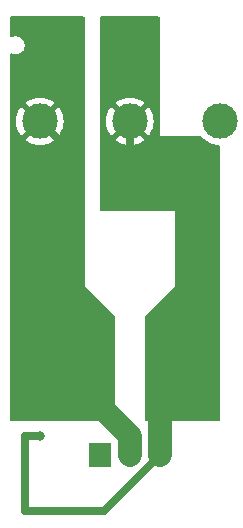
<source format=gbr>
%TF.GenerationSoftware,KiCad,Pcbnew,8.0.0-rc1-51-gba6979a274-dirty*%
%TF.CreationDate,2024-02-05T11:37:42+01:00*%
%TF.ProjectId,Einschaltstrombegrenzung,45696e73-6368-4616-9c74-7374726f6d62,rev?*%
%TF.SameCoordinates,Original*%
%TF.FileFunction,Copper,L2,Bot*%
%TF.FilePolarity,Positive*%
%FSLAX46Y46*%
G04 Gerber Fmt 4.6, Leading zero omitted, Abs format (unit mm)*
G04 Created by KiCad (PCBNEW 8.0.0-rc1-51-gba6979a274-dirty) date 2024-02-05 11:37:42*
%MOMM*%
%LPD*%
G01*
G04 APERTURE LIST*
%TA.AperFunction,ComponentPad*%
%ADD10O,1.905000X2.000000*%
%TD*%
%TA.AperFunction,ComponentPad*%
%ADD11R,1.905000X2.000000*%
%TD*%
%TA.AperFunction,ComponentPad*%
%ADD12C,3.000000*%
%TD*%
%TA.AperFunction,ViaPad*%
%ADD13C,0.800000*%
%TD*%
%TA.AperFunction,Conductor*%
%ADD14C,0.700000*%
%TD*%
%TA.AperFunction,Conductor*%
%ADD15C,2.000000*%
%TD*%
G04 APERTURE END LIST*
D10*
%TO.P,Q1,3,S*%
%TO.N,GND*%
X139700000Y-103210000D03*
%TO.P,Q1,2,D*%
%TO.N,GND1*%
X137160000Y-103210000D03*
D11*
%TO.P,Q1,1,G*%
%TO.N,Net-(Q1-G)*%
X134620000Y-103210000D03*
%TD*%
D12*
%TO.P,J2,3,Pin_3*%
%TO.N,GND1*%
X129540000Y-74930000D03*
%TO.P,J2,2,Pin_2*%
%TO.N,GND*%
X137160000Y-74930000D03*
%TO.P,J2,1,Pin_1*%
%TO.N,+24V*%
X144780000Y-74930000D03*
%TD*%
D13*
%TO.N,GND*%
X129540000Y-101600000D03*
%TD*%
D14*
%TO.N,GND*%
X137160000Y-80010000D02*
X143510000Y-80010000D01*
X137160000Y-74930000D02*
X137160000Y-80010000D01*
X128270000Y-107950000D02*
X128270000Y-101600000D01*
X143510000Y-95250000D02*
X139700000Y-99060000D01*
X139700000Y-103210000D02*
X134960000Y-107950000D01*
X128270000Y-101600000D02*
X129540000Y-101600000D01*
X134960000Y-107950000D02*
X128270000Y-107950000D01*
D15*
X139700000Y-99060000D02*
X139700000Y-103210000D01*
D14*
X143510000Y-80010000D02*
X143510000Y-95250000D01*
%TO.N,GND1*%
X132080000Y-99060000D02*
X132080000Y-77470000D01*
D15*
X134620000Y-99060000D02*
X137160000Y-101600000D01*
X132080000Y-99060000D02*
X134620000Y-99060000D01*
X137160000Y-101600000D02*
X137160000Y-103210000D01*
D14*
X132080000Y-77470000D02*
X129540000Y-74930000D01*
%TD*%
%TA.AperFunction,Conductor*%
%TO.N,GND1*%
G36*
X133293039Y-66059685D02*
G01*
X133338794Y-66112489D01*
X133350000Y-66164000D01*
X133350000Y-88900000D01*
X135853681Y-91403681D01*
X135887166Y-91465004D01*
X135890000Y-91491362D01*
X135890000Y-100206000D01*
X135870315Y-100273039D01*
X135817511Y-100318794D01*
X135766000Y-100330000D01*
X127124000Y-100330000D01*
X127056961Y-100310315D01*
X127011206Y-100257511D01*
X127000000Y-100206000D01*
X127000000Y-74930001D01*
X127534891Y-74930001D01*
X127555300Y-75215362D01*
X127616109Y-75494895D01*
X127716091Y-75762958D01*
X127853191Y-76014038D01*
X127853196Y-76014046D01*
X127959882Y-76156561D01*
X127959883Y-76156562D01*
X128938958Y-75177487D01*
X128963978Y-75237890D01*
X129035112Y-75344351D01*
X129125649Y-75434888D01*
X129232110Y-75506022D01*
X129292511Y-75531041D01*
X128313436Y-76510115D01*
X128455960Y-76616807D01*
X128455961Y-76616808D01*
X128707042Y-76753908D01*
X128707041Y-76753908D01*
X128975104Y-76853890D01*
X129254637Y-76914699D01*
X129539999Y-76935109D01*
X129540001Y-76935109D01*
X129825362Y-76914699D01*
X130104895Y-76853890D01*
X130372958Y-76753908D01*
X130624047Y-76616803D01*
X130766561Y-76510116D01*
X130766562Y-76510115D01*
X129787489Y-75531041D01*
X129847890Y-75506022D01*
X129954351Y-75434888D01*
X130044888Y-75344351D01*
X130116022Y-75237890D01*
X130141041Y-75177488D01*
X131120115Y-76156562D01*
X131120116Y-76156561D01*
X131226803Y-76014047D01*
X131363908Y-75762958D01*
X131463890Y-75494895D01*
X131524699Y-75215362D01*
X131545109Y-74930001D01*
X131545109Y-74929998D01*
X131524699Y-74644637D01*
X131463890Y-74365104D01*
X131363908Y-74097041D01*
X131226808Y-73845961D01*
X131226807Y-73845960D01*
X131120115Y-73703436D01*
X130141041Y-74682510D01*
X130116022Y-74622110D01*
X130044888Y-74515649D01*
X129954351Y-74425112D01*
X129847890Y-74353978D01*
X129787488Y-74328958D01*
X130766562Y-73349883D01*
X130766561Y-73349882D01*
X130624046Y-73243196D01*
X130624038Y-73243191D01*
X130372957Y-73106091D01*
X130372958Y-73106091D01*
X130104895Y-73006109D01*
X129825362Y-72945300D01*
X129540001Y-72924891D01*
X129539999Y-72924891D01*
X129254637Y-72945300D01*
X128975104Y-73006109D01*
X128707041Y-73106091D01*
X128455961Y-73243191D01*
X128455953Y-73243196D01*
X128313437Y-73349882D01*
X128313436Y-73349883D01*
X129292512Y-74328958D01*
X129232110Y-74353978D01*
X129125649Y-74425112D01*
X129035112Y-74515649D01*
X128963978Y-74622110D01*
X128938958Y-74682511D01*
X127959883Y-73703436D01*
X127959882Y-73703437D01*
X127853196Y-73845953D01*
X127853191Y-73845961D01*
X127716091Y-74097041D01*
X127616109Y-74365104D01*
X127555300Y-74644637D01*
X127534891Y-74929998D01*
X127534891Y-74930001D01*
X127000000Y-74930001D01*
X127000000Y-69290807D01*
X127019685Y-69223768D01*
X127072489Y-69178013D01*
X127141647Y-69168069D01*
X127171451Y-69176245D01*
X127281087Y-69221658D01*
X127281091Y-69221658D01*
X127281092Y-69221659D01*
X127426079Y-69250500D01*
X127426082Y-69250500D01*
X127573920Y-69250500D01*
X127671462Y-69231096D01*
X127718913Y-69221658D01*
X127824547Y-69177902D01*
X127855488Y-69165087D01*
X127855488Y-69165086D01*
X127855495Y-69165084D01*
X127978416Y-69082951D01*
X128082951Y-68978416D01*
X128165084Y-68855495D01*
X128221658Y-68718913D01*
X128250500Y-68573918D01*
X128250500Y-68426082D01*
X128250500Y-68426079D01*
X128221659Y-68281092D01*
X128221658Y-68281091D01*
X128221658Y-68281087D01*
X128221656Y-68281082D01*
X128165087Y-68144511D01*
X128165080Y-68144498D01*
X128082951Y-68021584D01*
X128082948Y-68021580D01*
X127978419Y-67917051D01*
X127978415Y-67917048D01*
X127855501Y-67834919D01*
X127855488Y-67834912D01*
X127718917Y-67778343D01*
X127718907Y-67778340D01*
X127573920Y-67749500D01*
X127573918Y-67749500D01*
X127426082Y-67749500D01*
X127426080Y-67749500D01*
X127281092Y-67778340D01*
X127281082Y-67778343D01*
X127171452Y-67823753D01*
X127101982Y-67831222D01*
X127039503Y-67799946D01*
X127003852Y-67739857D01*
X127000000Y-67709192D01*
X127000000Y-66164000D01*
X127019685Y-66096961D01*
X127072489Y-66051206D01*
X127124000Y-66040000D01*
X133226000Y-66040000D01*
X133293039Y-66059685D01*
G37*
%TD.AperFunction*%
%TD*%
%TA.AperFunction,Conductor*%
%TO.N,GND*%
G36*
X139643039Y-66059685D02*
G01*
X139688794Y-66112489D01*
X139700000Y-66164000D01*
X139700000Y-76200000D01*
X143170030Y-76200000D01*
X143237069Y-76219685D01*
X143260984Y-76240408D01*
X143261129Y-76240264D01*
X143263147Y-76242282D01*
X143263747Y-76242802D01*
X143264265Y-76243400D01*
X143466594Y-76445729D01*
X143466612Y-76445745D01*
X143695682Y-76617224D01*
X143695690Y-76617229D01*
X143946833Y-76754364D01*
X143946832Y-76754364D01*
X143946836Y-76754365D01*
X143946839Y-76754367D01*
X144214954Y-76854369D01*
X144214960Y-76854370D01*
X144214962Y-76854371D01*
X144494566Y-76915195D01*
X144494568Y-76915195D01*
X144494572Y-76915196D01*
X144664846Y-76927374D01*
X144730310Y-76951791D01*
X144772182Y-77007724D01*
X144780000Y-77051058D01*
X144780000Y-100206000D01*
X144760315Y-100273039D01*
X144707511Y-100318794D01*
X144656000Y-100330000D01*
X138554000Y-100330000D01*
X138486961Y-100310315D01*
X138441206Y-100257511D01*
X138430000Y-100206000D01*
X138430000Y-91491362D01*
X138449685Y-91424323D01*
X138466319Y-91403681D01*
X140970000Y-88900000D01*
X140970000Y-82550000D01*
X134744000Y-82550000D01*
X134676961Y-82530315D01*
X134631206Y-82477511D01*
X134620000Y-82426000D01*
X134620000Y-74930001D01*
X135154891Y-74930001D01*
X135175300Y-75215362D01*
X135236109Y-75494895D01*
X135336091Y-75762958D01*
X135473191Y-76014038D01*
X135473196Y-76014046D01*
X135579882Y-76156561D01*
X135579883Y-76156562D01*
X136558958Y-75177487D01*
X136583978Y-75237890D01*
X136655112Y-75344351D01*
X136745649Y-75434888D01*
X136852110Y-75506022D01*
X136912511Y-75531041D01*
X135933436Y-76510115D01*
X136075960Y-76616807D01*
X136075961Y-76616808D01*
X136327042Y-76753908D01*
X136327041Y-76753908D01*
X136595104Y-76853890D01*
X136874637Y-76914699D01*
X137159999Y-76935109D01*
X137160001Y-76935109D01*
X137445362Y-76914699D01*
X137724895Y-76853890D01*
X137992958Y-76753908D01*
X138244047Y-76616803D01*
X138386561Y-76510116D01*
X138386562Y-76510115D01*
X137407489Y-75531041D01*
X137467890Y-75506022D01*
X137574351Y-75434888D01*
X137664888Y-75344351D01*
X137736022Y-75237890D01*
X137761041Y-75177488D01*
X138740115Y-76156562D01*
X138740116Y-76156561D01*
X138846803Y-76014047D01*
X138983908Y-75762958D01*
X139083890Y-75494895D01*
X139144699Y-75215362D01*
X139165109Y-74930001D01*
X139165109Y-74929998D01*
X139144699Y-74644637D01*
X139083890Y-74365104D01*
X138983908Y-74097041D01*
X138846808Y-73845961D01*
X138846807Y-73845960D01*
X138740115Y-73703436D01*
X137761041Y-74682510D01*
X137736022Y-74622110D01*
X137664888Y-74515649D01*
X137574351Y-74425112D01*
X137467890Y-74353978D01*
X137407488Y-74328958D01*
X138386562Y-73349883D01*
X138386561Y-73349882D01*
X138244046Y-73243196D01*
X138244038Y-73243191D01*
X137992957Y-73106091D01*
X137992958Y-73106091D01*
X137724895Y-73006109D01*
X137445362Y-72945300D01*
X137160001Y-72924891D01*
X137159999Y-72924891D01*
X136874637Y-72945300D01*
X136595104Y-73006109D01*
X136327041Y-73106091D01*
X136075961Y-73243191D01*
X136075953Y-73243196D01*
X135933437Y-73349882D01*
X135933436Y-73349883D01*
X136912512Y-74328958D01*
X136852110Y-74353978D01*
X136745649Y-74425112D01*
X136655112Y-74515649D01*
X136583978Y-74622110D01*
X136558958Y-74682511D01*
X135579883Y-73703436D01*
X135579882Y-73703437D01*
X135473196Y-73845953D01*
X135473191Y-73845961D01*
X135336091Y-74097041D01*
X135236109Y-74365104D01*
X135175300Y-74644637D01*
X135154891Y-74929998D01*
X135154891Y-74930001D01*
X134620000Y-74930001D01*
X134620000Y-66164000D01*
X134639685Y-66096961D01*
X134692489Y-66051206D01*
X134744000Y-66040000D01*
X139576000Y-66040000D01*
X139643039Y-66059685D01*
G37*
%TD.AperFunction*%
%TD*%
M02*

</source>
